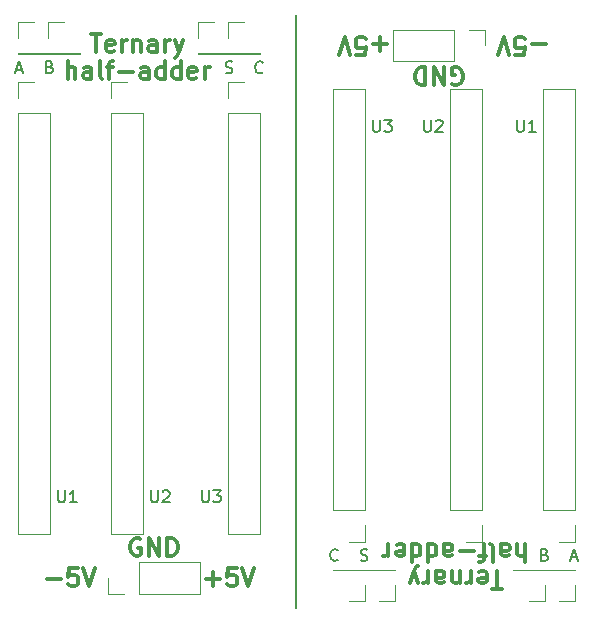
<source format=gto>
G04 #@! TF.FileFunction,Legend,Top*
%FSLAX46Y46*%
G04 Gerber Fmt 4.6, Leading zero omitted, Abs format (unit mm)*
G04 Created by KiCad (PCBNEW 4.0.5) date 03/25/17 21:33:15*
%MOMM*%
%LPD*%
G01*
G04 APERTURE LIST*
%ADD10C,0.100000*%
%ADD11C,0.300000*%
%ADD12C,0.200000*%
%ADD13C,0.120000*%
%ADD14C,0.150000*%
G04 APERTURE END LIST*
D10*
D11*
X122070571Y-102127857D02*
X120927714Y-102127857D01*
X119499142Y-103056429D02*
X120213428Y-103056429D01*
X120284857Y-102342143D01*
X120213428Y-102413571D01*
X120070571Y-102485000D01*
X119713428Y-102485000D01*
X119570571Y-102413571D01*
X119499142Y-102342143D01*
X119427714Y-102199286D01*
X119427714Y-101842143D01*
X119499142Y-101699286D01*
X119570571Y-101627857D01*
X119713428Y-101556429D01*
X120070571Y-101556429D01*
X120213428Y-101627857D01*
X120284857Y-101699286D01*
X118999143Y-103056429D02*
X118499143Y-101556429D01*
X117999143Y-103056429D01*
X108608571Y-102127857D02*
X107465714Y-102127857D01*
X108037143Y-101556429D02*
X108037143Y-102699286D01*
X106037142Y-103056429D02*
X106751428Y-103056429D01*
X106822857Y-102342143D01*
X106751428Y-102413571D01*
X106608571Y-102485000D01*
X106251428Y-102485000D01*
X106108571Y-102413571D01*
X106037142Y-102342143D01*
X105965714Y-102199286D01*
X105965714Y-101842143D01*
X106037142Y-101699286D01*
X106108571Y-101627857D01*
X106251428Y-101556429D01*
X106608571Y-101556429D01*
X106751428Y-101627857D01*
X106822857Y-101699286D01*
X105537143Y-103056429D02*
X105037143Y-101556429D01*
X104537143Y-103056429D01*
X114172857Y-105525000D02*
X114315714Y-105596429D01*
X114530000Y-105596429D01*
X114744285Y-105525000D01*
X114887143Y-105382143D01*
X114958571Y-105239286D01*
X115030000Y-104953571D01*
X115030000Y-104739286D01*
X114958571Y-104453571D01*
X114887143Y-104310714D01*
X114744285Y-104167857D01*
X114530000Y-104096429D01*
X114387143Y-104096429D01*
X114172857Y-104167857D01*
X114101428Y-104239286D01*
X114101428Y-104739286D01*
X114387143Y-104739286D01*
X113458571Y-104096429D02*
X113458571Y-105596429D01*
X112601428Y-104096429D01*
X112601428Y-105596429D01*
X111887142Y-104096429D02*
X111887142Y-105596429D01*
X111529999Y-105596429D01*
X111315714Y-105525000D01*
X111172856Y-105382143D01*
X111101428Y-105239286D01*
X111029999Y-104953571D01*
X111029999Y-104739286D01*
X111101428Y-104453571D01*
X111172856Y-104310714D01*
X111315714Y-104167857D01*
X111529999Y-104096429D01*
X111887142Y-104096429D01*
X118355571Y-148268429D02*
X117498428Y-148268429D01*
X117926999Y-146768429D02*
X117926999Y-148268429D01*
X116427000Y-146839857D02*
X116569857Y-146768429D01*
X116855571Y-146768429D01*
X116998428Y-146839857D01*
X117069857Y-146982714D01*
X117069857Y-147554143D01*
X116998428Y-147697000D01*
X116855571Y-147768429D01*
X116569857Y-147768429D01*
X116427000Y-147697000D01*
X116355571Y-147554143D01*
X116355571Y-147411286D01*
X117069857Y-147268429D01*
X115712714Y-146768429D02*
X115712714Y-147768429D01*
X115712714Y-147482714D02*
X115641286Y-147625571D01*
X115569857Y-147697000D01*
X115427000Y-147768429D01*
X115284143Y-147768429D01*
X114784143Y-147768429D02*
X114784143Y-146768429D01*
X114784143Y-147625571D02*
X114712715Y-147697000D01*
X114569857Y-147768429D01*
X114355572Y-147768429D01*
X114212715Y-147697000D01*
X114141286Y-147554143D01*
X114141286Y-146768429D01*
X112784143Y-146768429D02*
X112784143Y-147554143D01*
X112855572Y-147697000D01*
X112998429Y-147768429D01*
X113284143Y-147768429D01*
X113427000Y-147697000D01*
X112784143Y-146839857D02*
X112927000Y-146768429D01*
X113284143Y-146768429D01*
X113427000Y-146839857D01*
X113498429Y-146982714D01*
X113498429Y-147125571D01*
X113427000Y-147268429D01*
X113284143Y-147339857D01*
X112927000Y-147339857D01*
X112784143Y-147411286D01*
X112069857Y-146768429D02*
X112069857Y-147768429D01*
X112069857Y-147482714D02*
X111998429Y-147625571D01*
X111927000Y-147697000D01*
X111784143Y-147768429D01*
X111641286Y-147768429D01*
X111284143Y-147768429D02*
X110927000Y-146768429D01*
X110569858Y-147768429D02*
X110927000Y-146768429D01*
X111069858Y-146411286D01*
X111141286Y-146339857D01*
X111284143Y-146268429D01*
X120319857Y-144482429D02*
X120319857Y-145982429D01*
X119677000Y-144482429D02*
X119677000Y-145268143D01*
X119748429Y-145411000D01*
X119891286Y-145482429D01*
X120105571Y-145482429D01*
X120248429Y-145411000D01*
X120319857Y-145339571D01*
X118319857Y-144482429D02*
X118319857Y-145268143D01*
X118391286Y-145411000D01*
X118534143Y-145482429D01*
X118819857Y-145482429D01*
X118962714Y-145411000D01*
X118319857Y-144553857D02*
X118462714Y-144482429D01*
X118819857Y-144482429D01*
X118962714Y-144553857D01*
X119034143Y-144696714D01*
X119034143Y-144839571D01*
X118962714Y-144982429D01*
X118819857Y-145053857D01*
X118462714Y-145053857D01*
X118319857Y-145125286D01*
X117391285Y-144482429D02*
X117534143Y-144553857D01*
X117605571Y-144696714D01*
X117605571Y-145982429D01*
X117034143Y-145482429D02*
X116462714Y-145482429D01*
X116819857Y-144482429D02*
X116819857Y-145768143D01*
X116748429Y-145911000D01*
X116605571Y-145982429D01*
X116462714Y-145982429D01*
X115962714Y-145053857D02*
X114819857Y-145053857D01*
X113462714Y-144482429D02*
X113462714Y-145268143D01*
X113534143Y-145411000D01*
X113677000Y-145482429D01*
X113962714Y-145482429D01*
X114105571Y-145411000D01*
X113462714Y-144553857D02*
X113605571Y-144482429D01*
X113962714Y-144482429D01*
X114105571Y-144553857D01*
X114177000Y-144696714D01*
X114177000Y-144839571D01*
X114105571Y-144982429D01*
X113962714Y-145053857D01*
X113605571Y-145053857D01*
X113462714Y-145125286D01*
X112105571Y-144482429D02*
X112105571Y-145982429D01*
X112105571Y-144553857D02*
X112248428Y-144482429D01*
X112534142Y-144482429D01*
X112677000Y-144553857D01*
X112748428Y-144625286D01*
X112819857Y-144768143D01*
X112819857Y-145196714D01*
X112748428Y-145339571D01*
X112677000Y-145411000D01*
X112534142Y-145482429D01*
X112248428Y-145482429D01*
X112105571Y-145411000D01*
X110748428Y-144482429D02*
X110748428Y-145982429D01*
X110748428Y-144553857D02*
X110891285Y-144482429D01*
X111176999Y-144482429D01*
X111319857Y-144553857D01*
X111391285Y-144625286D01*
X111462714Y-144768143D01*
X111462714Y-145196714D01*
X111391285Y-145339571D01*
X111319857Y-145411000D01*
X111176999Y-145482429D01*
X110891285Y-145482429D01*
X110748428Y-145411000D01*
X109462714Y-144553857D02*
X109605571Y-144482429D01*
X109891285Y-144482429D01*
X110034142Y-144553857D01*
X110105571Y-144696714D01*
X110105571Y-145268143D01*
X110034142Y-145411000D01*
X109891285Y-145482429D01*
X109605571Y-145482429D01*
X109462714Y-145411000D01*
X109391285Y-145268143D01*
X109391285Y-145125286D01*
X110105571Y-144982429D01*
X108748428Y-144482429D02*
X108748428Y-145482429D01*
X108748428Y-145196714D02*
X108677000Y-145339571D01*
X108605571Y-145411000D01*
X108462714Y-145482429D01*
X108319857Y-145482429D01*
D12*
X100965000Y-99695000D02*
X100965000Y-149860000D01*
D11*
X81610143Y-105072571D02*
X81610143Y-103572571D01*
X82253000Y-105072571D02*
X82253000Y-104286857D01*
X82181571Y-104144000D01*
X82038714Y-104072571D01*
X81824429Y-104072571D01*
X81681571Y-104144000D01*
X81610143Y-104215429D01*
X83610143Y-105072571D02*
X83610143Y-104286857D01*
X83538714Y-104144000D01*
X83395857Y-104072571D01*
X83110143Y-104072571D01*
X82967286Y-104144000D01*
X83610143Y-105001143D02*
X83467286Y-105072571D01*
X83110143Y-105072571D01*
X82967286Y-105001143D01*
X82895857Y-104858286D01*
X82895857Y-104715429D01*
X82967286Y-104572571D01*
X83110143Y-104501143D01*
X83467286Y-104501143D01*
X83610143Y-104429714D01*
X84538715Y-105072571D02*
X84395857Y-105001143D01*
X84324429Y-104858286D01*
X84324429Y-103572571D01*
X84895857Y-104072571D02*
X85467286Y-104072571D01*
X85110143Y-105072571D02*
X85110143Y-103786857D01*
X85181571Y-103644000D01*
X85324429Y-103572571D01*
X85467286Y-103572571D01*
X85967286Y-104501143D02*
X87110143Y-104501143D01*
X88467286Y-105072571D02*
X88467286Y-104286857D01*
X88395857Y-104144000D01*
X88253000Y-104072571D01*
X87967286Y-104072571D01*
X87824429Y-104144000D01*
X88467286Y-105001143D02*
X88324429Y-105072571D01*
X87967286Y-105072571D01*
X87824429Y-105001143D01*
X87753000Y-104858286D01*
X87753000Y-104715429D01*
X87824429Y-104572571D01*
X87967286Y-104501143D01*
X88324429Y-104501143D01*
X88467286Y-104429714D01*
X89824429Y-105072571D02*
X89824429Y-103572571D01*
X89824429Y-105001143D02*
X89681572Y-105072571D01*
X89395858Y-105072571D01*
X89253000Y-105001143D01*
X89181572Y-104929714D01*
X89110143Y-104786857D01*
X89110143Y-104358286D01*
X89181572Y-104215429D01*
X89253000Y-104144000D01*
X89395858Y-104072571D01*
X89681572Y-104072571D01*
X89824429Y-104144000D01*
X91181572Y-105072571D02*
X91181572Y-103572571D01*
X91181572Y-105001143D02*
X91038715Y-105072571D01*
X90753001Y-105072571D01*
X90610143Y-105001143D01*
X90538715Y-104929714D01*
X90467286Y-104786857D01*
X90467286Y-104358286D01*
X90538715Y-104215429D01*
X90610143Y-104144000D01*
X90753001Y-104072571D01*
X91038715Y-104072571D01*
X91181572Y-104144000D01*
X92467286Y-105001143D02*
X92324429Y-105072571D01*
X92038715Y-105072571D01*
X91895858Y-105001143D01*
X91824429Y-104858286D01*
X91824429Y-104286857D01*
X91895858Y-104144000D01*
X92038715Y-104072571D01*
X92324429Y-104072571D01*
X92467286Y-104144000D01*
X92538715Y-104286857D01*
X92538715Y-104429714D01*
X91824429Y-104572571D01*
X93181572Y-105072571D02*
X93181572Y-104072571D01*
X93181572Y-104358286D02*
X93253000Y-104215429D01*
X93324429Y-104144000D01*
X93467286Y-104072571D01*
X93610143Y-104072571D01*
X83574429Y-101286571D02*
X84431572Y-101286571D01*
X84003001Y-102786571D02*
X84003001Y-101286571D01*
X85503000Y-102715143D02*
X85360143Y-102786571D01*
X85074429Y-102786571D01*
X84931572Y-102715143D01*
X84860143Y-102572286D01*
X84860143Y-102000857D01*
X84931572Y-101858000D01*
X85074429Y-101786571D01*
X85360143Y-101786571D01*
X85503000Y-101858000D01*
X85574429Y-102000857D01*
X85574429Y-102143714D01*
X84860143Y-102286571D01*
X86217286Y-102786571D02*
X86217286Y-101786571D01*
X86217286Y-102072286D02*
X86288714Y-101929429D01*
X86360143Y-101858000D01*
X86503000Y-101786571D01*
X86645857Y-101786571D01*
X87145857Y-101786571D02*
X87145857Y-102786571D01*
X87145857Y-101929429D02*
X87217285Y-101858000D01*
X87360143Y-101786571D01*
X87574428Y-101786571D01*
X87717285Y-101858000D01*
X87788714Y-102000857D01*
X87788714Y-102786571D01*
X89145857Y-102786571D02*
X89145857Y-102000857D01*
X89074428Y-101858000D01*
X88931571Y-101786571D01*
X88645857Y-101786571D01*
X88503000Y-101858000D01*
X89145857Y-102715143D02*
X89003000Y-102786571D01*
X88645857Y-102786571D01*
X88503000Y-102715143D01*
X88431571Y-102572286D01*
X88431571Y-102429429D01*
X88503000Y-102286571D01*
X88645857Y-102215143D01*
X89003000Y-102215143D01*
X89145857Y-102143714D01*
X89860143Y-102786571D02*
X89860143Y-101786571D01*
X89860143Y-102072286D02*
X89931571Y-101929429D01*
X90003000Y-101858000D01*
X90145857Y-101786571D01*
X90288714Y-101786571D01*
X90645857Y-101786571D02*
X91003000Y-102786571D01*
X91360142Y-101786571D02*
X91003000Y-102786571D01*
X90860142Y-103143714D01*
X90788714Y-103215143D01*
X90645857Y-103286571D01*
X87757143Y-144030000D02*
X87614286Y-143958571D01*
X87400000Y-143958571D01*
X87185715Y-144030000D01*
X87042857Y-144172857D01*
X86971429Y-144315714D01*
X86900000Y-144601429D01*
X86900000Y-144815714D01*
X86971429Y-145101429D01*
X87042857Y-145244286D01*
X87185715Y-145387143D01*
X87400000Y-145458571D01*
X87542857Y-145458571D01*
X87757143Y-145387143D01*
X87828572Y-145315714D01*
X87828572Y-144815714D01*
X87542857Y-144815714D01*
X88471429Y-145458571D02*
X88471429Y-143958571D01*
X89328572Y-145458571D01*
X89328572Y-143958571D01*
X90042858Y-145458571D02*
X90042858Y-143958571D01*
X90400001Y-143958571D01*
X90614286Y-144030000D01*
X90757144Y-144172857D01*
X90828572Y-144315714D01*
X90900001Y-144601429D01*
X90900001Y-144815714D01*
X90828572Y-145101429D01*
X90757144Y-145244286D01*
X90614286Y-145387143D01*
X90400001Y-145458571D01*
X90042858Y-145458571D01*
X93321429Y-147427143D02*
X94464286Y-147427143D01*
X93892857Y-147998571D02*
X93892857Y-146855714D01*
X95892858Y-146498571D02*
X95178572Y-146498571D01*
X95107143Y-147212857D01*
X95178572Y-147141429D01*
X95321429Y-147070000D01*
X95678572Y-147070000D01*
X95821429Y-147141429D01*
X95892858Y-147212857D01*
X95964286Y-147355714D01*
X95964286Y-147712857D01*
X95892858Y-147855714D01*
X95821429Y-147927143D01*
X95678572Y-147998571D01*
X95321429Y-147998571D01*
X95178572Y-147927143D01*
X95107143Y-147855714D01*
X96392857Y-146498571D02*
X96892857Y-147998571D01*
X97392857Y-146498571D01*
X79859429Y-147427143D02*
X81002286Y-147427143D01*
X82430858Y-146498571D02*
X81716572Y-146498571D01*
X81645143Y-147212857D01*
X81716572Y-147141429D01*
X81859429Y-147070000D01*
X82216572Y-147070000D01*
X82359429Y-147141429D01*
X82430858Y-147212857D01*
X82502286Y-147355714D01*
X82502286Y-147712857D01*
X82430858Y-147855714D01*
X82359429Y-147927143D01*
X82216572Y-147998571D01*
X81859429Y-147998571D01*
X81716572Y-147927143D01*
X81645143Y-147855714D01*
X82930857Y-146498571D02*
X83430857Y-147998571D01*
X83930857Y-146498571D01*
D13*
X106800000Y-141605000D02*
X106800000Y-105925000D01*
X106800000Y-105925000D02*
X104020000Y-105925000D01*
X104020000Y-105925000D02*
X104020000Y-141605000D01*
X104020000Y-141605000D02*
X106800000Y-141605000D01*
X106800000Y-142875000D02*
X106800000Y-144265000D01*
X106800000Y-144265000D02*
X105410000Y-144265000D01*
X116706000Y-141605000D02*
X116706000Y-105925000D01*
X116706000Y-105925000D02*
X113926000Y-105925000D01*
X113926000Y-105925000D02*
X113926000Y-141605000D01*
X113926000Y-141605000D02*
X116706000Y-141605000D01*
X116706000Y-142875000D02*
X116706000Y-144265000D01*
X116706000Y-144265000D02*
X115316000Y-144265000D01*
X114300000Y-100905000D02*
X109160000Y-100905000D01*
X109160000Y-100905000D02*
X109160000Y-103565000D01*
X109160000Y-103565000D02*
X114300000Y-103565000D01*
X114300000Y-103565000D02*
X114300000Y-100905000D01*
X115570000Y-100905000D02*
X116900000Y-100905000D01*
X116900000Y-100905000D02*
X116900000Y-102235000D01*
X109280000Y-146685000D02*
X109280000Y-146625000D01*
X109280000Y-146625000D02*
X106620000Y-146625000D01*
X106620000Y-146625000D02*
X106620000Y-146685000D01*
X106620000Y-146685000D02*
X109280000Y-146685000D01*
X109280000Y-147955000D02*
X109280000Y-149285000D01*
X109280000Y-149285000D02*
X107950000Y-149285000D01*
X106740000Y-146685000D02*
X106740000Y-146625000D01*
X106740000Y-146625000D02*
X104080000Y-146625000D01*
X104080000Y-146625000D02*
X104080000Y-146685000D01*
X104080000Y-146685000D02*
X106740000Y-146685000D01*
X106740000Y-147955000D02*
X106740000Y-149285000D01*
X106740000Y-149285000D02*
X105410000Y-149285000D01*
X124520000Y-146685000D02*
X124520000Y-146625000D01*
X124520000Y-146625000D02*
X121860000Y-146625000D01*
X121860000Y-146625000D02*
X121860000Y-146685000D01*
X121860000Y-146685000D02*
X124520000Y-146685000D01*
X124520000Y-147955000D02*
X124520000Y-149285000D01*
X124520000Y-149285000D02*
X123190000Y-149285000D01*
X121980000Y-146685000D02*
X121980000Y-146625000D01*
X121980000Y-146625000D02*
X119320000Y-146625000D01*
X119320000Y-146625000D02*
X119320000Y-146685000D01*
X119320000Y-146685000D02*
X121980000Y-146685000D01*
X121980000Y-147955000D02*
X121980000Y-149285000D01*
X121980000Y-149285000D02*
X120650000Y-149285000D01*
X124580000Y-141605000D02*
X124580000Y-105925000D01*
X124580000Y-105925000D02*
X121800000Y-105925000D01*
X121800000Y-105925000D02*
X121800000Y-141605000D01*
X121800000Y-141605000D02*
X124580000Y-141605000D01*
X124580000Y-142875000D02*
X124580000Y-144265000D01*
X124580000Y-144265000D02*
X123190000Y-144265000D01*
X77350000Y-107950000D02*
X77350000Y-143630000D01*
X77350000Y-143630000D02*
X80130000Y-143630000D01*
X80130000Y-143630000D02*
X80130000Y-107950000D01*
X80130000Y-107950000D02*
X77350000Y-107950000D01*
X77350000Y-106680000D02*
X77350000Y-105290000D01*
X77350000Y-105290000D02*
X78740000Y-105290000D01*
X79950000Y-102870000D02*
X79950000Y-102930000D01*
X79950000Y-102930000D02*
X82610000Y-102930000D01*
X82610000Y-102930000D02*
X82610000Y-102870000D01*
X82610000Y-102870000D02*
X79950000Y-102870000D01*
X79950000Y-101600000D02*
X79950000Y-100270000D01*
X79950000Y-100270000D02*
X81280000Y-100270000D01*
X77410000Y-102870000D02*
X77410000Y-102930000D01*
X77410000Y-102930000D02*
X80070000Y-102930000D01*
X80070000Y-102930000D02*
X80070000Y-102870000D01*
X80070000Y-102870000D02*
X77410000Y-102870000D01*
X77410000Y-101600000D02*
X77410000Y-100270000D01*
X77410000Y-100270000D02*
X78740000Y-100270000D01*
X95190000Y-102870000D02*
X95190000Y-102930000D01*
X95190000Y-102930000D02*
X97850000Y-102930000D01*
X97850000Y-102930000D02*
X97850000Y-102870000D01*
X97850000Y-102870000D02*
X95190000Y-102870000D01*
X95190000Y-101600000D02*
X95190000Y-100270000D01*
X95190000Y-100270000D02*
X96520000Y-100270000D01*
X92650000Y-102870000D02*
X92650000Y-102930000D01*
X92650000Y-102930000D02*
X95310000Y-102930000D01*
X95310000Y-102930000D02*
X95310000Y-102870000D01*
X95310000Y-102870000D02*
X92650000Y-102870000D01*
X92650000Y-101600000D02*
X92650000Y-100270000D01*
X92650000Y-100270000D02*
X93980000Y-100270000D01*
X87630000Y-148650000D02*
X92770000Y-148650000D01*
X92770000Y-148650000D02*
X92770000Y-145990000D01*
X92770000Y-145990000D02*
X87630000Y-145990000D01*
X87630000Y-145990000D02*
X87630000Y-148650000D01*
X86360000Y-148650000D02*
X85030000Y-148650000D01*
X85030000Y-148650000D02*
X85030000Y-147320000D01*
X85224000Y-107950000D02*
X85224000Y-143630000D01*
X85224000Y-143630000D02*
X88004000Y-143630000D01*
X88004000Y-143630000D02*
X88004000Y-107950000D01*
X88004000Y-107950000D02*
X85224000Y-107950000D01*
X85224000Y-106680000D02*
X85224000Y-105290000D01*
X85224000Y-105290000D02*
X86614000Y-105290000D01*
X95130000Y-107950000D02*
X95130000Y-143630000D01*
X95130000Y-143630000D02*
X97910000Y-143630000D01*
X97910000Y-143630000D02*
X97910000Y-107950000D01*
X97910000Y-107950000D02*
X95130000Y-107950000D01*
X95130000Y-106680000D02*
X95130000Y-105290000D01*
X95130000Y-105290000D02*
X96520000Y-105290000D01*
D14*
X107442095Y-108545381D02*
X107442095Y-109354905D01*
X107489714Y-109450143D01*
X107537333Y-109497762D01*
X107632571Y-109545381D01*
X107823048Y-109545381D01*
X107918286Y-109497762D01*
X107965905Y-109450143D01*
X108013524Y-109354905D01*
X108013524Y-108545381D01*
X108394476Y-108545381D02*
X109013524Y-108545381D01*
X108680190Y-108926333D01*
X108823048Y-108926333D01*
X108918286Y-108973952D01*
X108965905Y-109021571D01*
X109013524Y-109116810D01*
X109013524Y-109354905D01*
X108965905Y-109450143D01*
X108918286Y-109497762D01*
X108823048Y-109545381D01*
X108537333Y-109545381D01*
X108442095Y-109497762D01*
X108394476Y-109450143D01*
X111760095Y-108545381D02*
X111760095Y-109354905D01*
X111807714Y-109450143D01*
X111855333Y-109497762D01*
X111950571Y-109545381D01*
X112141048Y-109545381D01*
X112236286Y-109497762D01*
X112283905Y-109450143D01*
X112331524Y-109354905D01*
X112331524Y-108545381D01*
X112760095Y-108640619D02*
X112807714Y-108593000D01*
X112902952Y-108545381D01*
X113141048Y-108545381D01*
X113236286Y-108593000D01*
X113283905Y-108640619D01*
X113331524Y-108735857D01*
X113331524Y-108831095D01*
X113283905Y-108973952D01*
X112712476Y-109545381D01*
X113331524Y-109545381D01*
X106394286Y-145819762D02*
X106537143Y-145867381D01*
X106775239Y-145867381D01*
X106870477Y-145819762D01*
X106918096Y-145772143D01*
X106965715Y-145676905D01*
X106965715Y-145581667D01*
X106918096Y-145486429D01*
X106870477Y-145438810D01*
X106775239Y-145391190D01*
X106584762Y-145343571D01*
X106489524Y-145295952D01*
X106441905Y-145248333D01*
X106394286Y-145153095D01*
X106394286Y-145057857D01*
X106441905Y-144962619D01*
X106489524Y-144915000D01*
X106584762Y-144867381D01*
X106822858Y-144867381D01*
X106965715Y-144915000D01*
X104449524Y-145772143D02*
X104401905Y-145819762D01*
X104259048Y-145867381D01*
X104163810Y-145867381D01*
X104020952Y-145819762D01*
X103925714Y-145724524D01*
X103878095Y-145629286D01*
X103830476Y-145438810D01*
X103830476Y-145295952D01*
X103878095Y-145105476D01*
X103925714Y-145010238D01*
X104020952Y-144915000D01*
X104163810Y-144867381D01*
X104259048Y-144867381D01*
X104401905Y-144915000D01*
X104449524Y-144962619D01*
X124221905Y-145581667D02*
X124698096Y-145581667D01*
X124126667Y-145867381D02*
X124460000Y-144867381D01*
X124793334Y-145867381D01*
X121991429Y-145343571D02*
X122134286Y-145391190D01*
X122181905Y-145438810D01*
X122229524Y-145534048D01*
X122229524Y-145676905D01*
X122181905Y-145772143D01*
X122134286Y-145819762D01*
X122039048Y-145867381D01*
X121658095Y-145867381D01*
X121658095Y-144867381D01*
X121991429Y-144867381D01*
X122086667Y-144915000D01*
X122134286Y-144962619D01*
X122181905Y-145057857D01*
X122181905Y-145153095D01*
X122134286Y-145248333D01*
X122086667Y-145295952D01*
X121991429Y-145343571D01*
X121658095Y-145343571D01*
X119634095Y-108545381D02*
X119634095Y-109354905D01*
X119681714Y-109450143D01*
X119729333Y-109497762D01*
X119824571Y-109545381D01*
X120015048Y-109545381D01*
X120110286Y-109497762D01*
X120157905Y-109450143D01*
X120205524Y-109354905D01*
X120205524Y-108545381D01*
X121205524Y-109545381D02*
X120634095Y-109545381D01*
X120919809Y-109545381D02*
X120919809Y-108545381D01*
X120824571Y-108688238D01*
X120729333Y-108783476D01*
X120634095Y-108831095D01*
X80772095Y-139914381D02*
X80772095Y-140723905D01*
X80819714Y-140819143D01*
X80867333Y-140866762D01*
X80962571Y-140914381D01*
X81153048Y-140914381D01*
X81248286Y-140866762D01*
X81295905Y-140819143D01*
X81343524Y-140723905D01*
X81343524Y-139914381D01*
X82343524Y-140914381D02*
X81772095Y-140914381D01*
X82057809Y-140914381D02*
X82057809Y-139914381D01*
X81962571Y-140057238D01*
X81867333Y-140152476D01*
X81772095Y-140200095D01*
X80081429Y-104068571D02*
X80224286Y-104116190D01*
X80271905Y-104163810D01*
X80319524Y-104259048D01*
X80319524Y-104401905D01*
X80271905Y-104497143D01*
X80224286Y-104544762D01*
X80129048Y-104592381D01*
X79748095Y-104592381D01*
X79748095Y-103592381D01*
X80081429Y-103592381D01*
X80176667Y-103640000D01*
X80224286Y-103687619D01*
X80271905Y-103782857D01*
X80271905Y-103878095D01*
X80224286Y-103973333D01*
X80176667Y-104020952D01*
X80081429Y-104068571D01*
X79748095Y-104068571D01*
X77231905Y-104306667D02*
X77708096Y-104306667D01*
X77136667Y-104592381D02*
X77470000Y-103592381D01*
X77803334Y-104592381D01*
X98099524Y-104497143D02*
X98051905Y-104544762D01*
X97909048Y-104592381D01*
X97813810Y-104592381D01*
X97670952Y-104544762D01*
X97575714Y-104449524D01*
X97528095Y-104354286D01*
X97480476Y-104163810D01*
X97480476Y-104020952D01*
X97528095Y-103830476D01*
X97575714Y-103735238D01*
X97670952Y-103640000D01*
X97813810Y-103592381D01*
X97909048Y-103592381D01*
X98051905Y-103640000D01*
X98099524Y-103687619D01*
X94964286Y-104544762D02*
X95107143Y-104592381D01*
X95345239Y-104592381D01*
X95440477Y-104544762D01*
X95488096Y-104497143D01*
X95535715Y-104401905D01*
X95535715Y-104306667D01*
X95488096Y-104211429D01*
X95440477Y-104163810D01*
X95345239Y-104116190D01*
X95154762Y-104068571D01*
X95059524Y-104020952D01*
X95011905Y-103973333D01*
X94964286Y-103878095D01*
X94964286Y-103782857D01*
X95011905Y-103687619D01*
X95059524Y-103640000D01*
X95154762Y-103592381D01*
X95392858Y-103592381D01*
X95535715Y-103640000D01*
X88646095Y-139914381D02*
X88646095Y-140723905D01*
X88693714Y-140819143D01*
X88741333Y-140866762D01*
X88836571Y-140914381D01*
X89027048Y-140914381D01*
X89122286Y-140866762D01*
X89169905Y-140819143D01*
X89217524Y-140723905D01*
X89217524Y-139914381D01*
X89646095Y-140009619D02*
X89693714Y-139962000D01*
X89788952Y-139914381D01*
X90027048Y-139914381D01*
X90122286Y-139962000D01*
X90169905Y-140009619D01*
X90217524Y-140104857D01*
X90217524Y-140200095D01*
X90169905Y-140342952D01*
X89598476Y-140914381D01*
X90217524Y-140914381D01*
X92964095Y-139914381D02*
X92964095Y-140723905D01*
X93011714Y-140819143D01*
X93059333Y-140866762D01*
X93154571Y-140914381D01*
X93345048Y-140914381D01*
X93440286Y-140866762D01*
X93487905Y-140819143D01*
X93535524Y-140723905D01*
X93535524Y-139914381D01*
X93916476Y-139914381D02*
X94535524Y-139914381D01*
X94202190Y-140295333D01*
X94345048Y-140295333D01*
X94440286Y-140342952D01*
X94487905Y-140390571D01*
X94535524Y-140485810D01*
X94535524Y-140723905D01*
X94487905Y-140819143D01*
X94440286Y-140866762D01*
X94345048Y-140914381D01*
X94059333Y-140914381D01*
X93964095Y-140866762D01*
X93916476Y-140819143D01*
M02*

</source>
